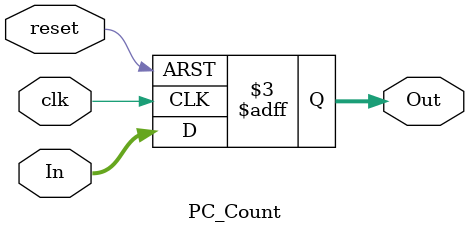
<source format=v>
module PC_Count (clk, reset, In, Out);
	input clk, reset;
	input [63:0] In;
	output [63:0] Out;
	reg [63:0] Out;
	always @ (posedge clk or posedge reset)
	begin
		if(reset==1'b1)
			Out<=0;
		else
			Out<=In;
	end
endmodule
</source>
